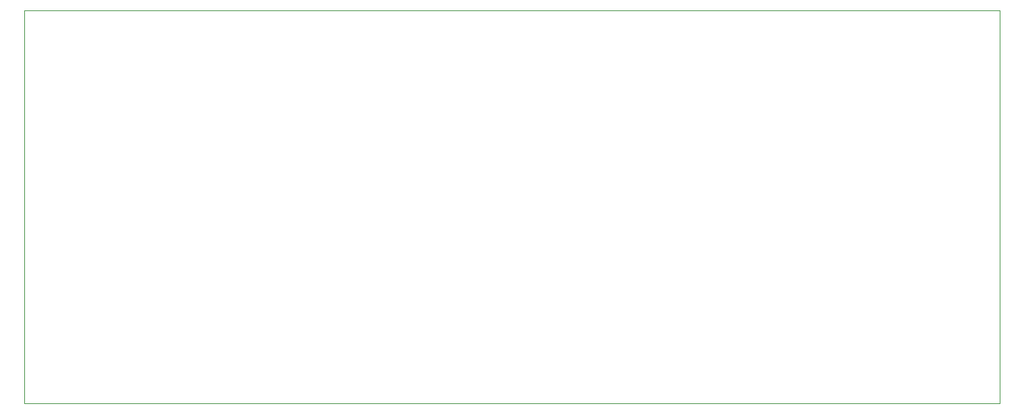
<source format=gbr>
%TF.GenerationSoftware,KiCad,Pcbnew,9.0.3*%
%TF.CreationDate,2025-10-25T15:11:56+05:30*%
%TF.ProjectId,Vicharak,56696368-6172-4616-9b2e-6b696361645f,rev?*%
%TF.SameCoordinates,Original*%
%TF.FileFunction,Profile,NP*%
%FSLAX46Y46*%
G04 Gerber Fmt 4.6, Leading zero omitted, Abs format (unit mm)*
G04 Created by KiCad (PCBNEW 9.0.3) date 2025-10-25 15:11:56*
%MOMM*%
%LPD*%
G01*
G04 APERTURE LIST*
%TA.AperFunction,Profile*%
%ADD10C,0.050000*%
%TD*%
G04 APERTURE END LIST*
D10*
X11000000Y-52000000D02*
X130000000Y-52000000D01*
X130000000Y-100000000D01*
X11000000Y-100000000D01*
X11000000Y-52000000D01*
M02*

</source>
